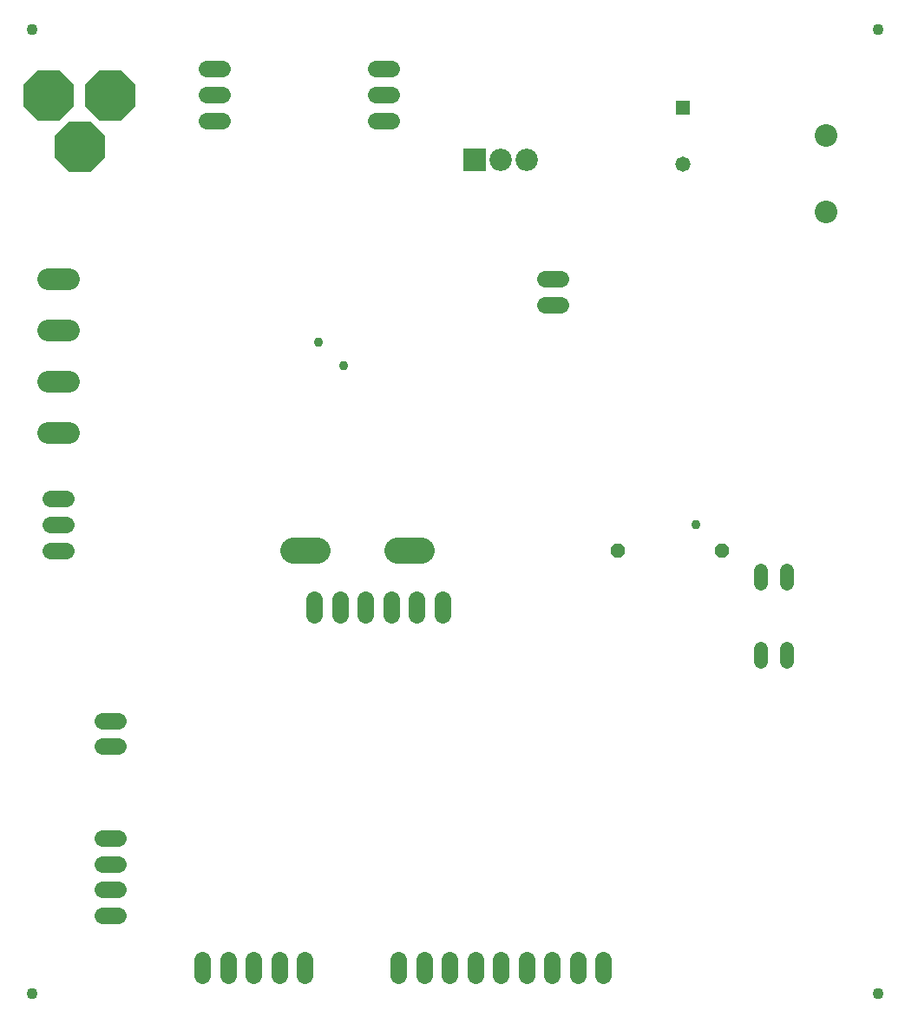
<source format=gbr>
G04 EAGLE Gerber RS-274X export*
G75*
%MOMM*%
%FSLAX34Y34*%
%LPD*%
%INSoldermask Bottom*%
%IPPOS*%
%AMOC8*
5,1,8,0,0,1.08239X$1,22.5*%
G01*
%ADD10C,1.101600*%
%ADD11C,1.320800*%
%ADD12C,1.625600*%
%ADD13P,5.333585X8X112.500000*%
%ADD14P,1.429621X8X22.500000*%
%ADD15C,2.501900*%
%ADD16C,2.201600*%
%ADD17R,1.473200X1.473200*%
%ADD18C,1.473200*%
%ADD19R,2.186600X2.186600*%
%ADD20C,2.186600*%
%ADD21C,2.082800*%
%ADD22C,0.926600*%


D10*
X12700Y990600D03*
X838200Y990600D03*
X838200Y50800D03*
X12700Y50800D03*
D11*
X749300Y451104D02*
X749300Y463296D01*
X749300Y387096D02*
X749300Y374904D01*
X723900Y374904D02*
X723900Y387096D01*
X723900Y451104D02*
X723900Y463296D01*
D12*
X45720Y482600D02*
X30480Y482600D01*
X30480Y508000D02*
X45720Y508000D01*
X45720Y533400D02*
X30480Y533400D01*
D13*
X58928Y876300D03*
X88900Y926338D03*
X28956Y926338D03*
D14*
X584200Y482600D03*
X685800Y482600D03*
D15*
X291402Y482600D02*
X267399Y482600D01*
X368999Y482600D02*
X393002Y482600D01*
D16*
X787400Y812800D03*
X787400Y887800D03*
D17*
X647700Y914400D03*
D18*
X647700Y859536D03*
D12*
X198120Y901700D02*
X182880Y901700D01*
X182880Y927100D02*
X198120Y927100D01*
X198120Y952500D02*
X182880Y952500D01*
D19*
X444500Y863600D03*
D20*
X469900Y863600D03*
X495300Y863600D03*
D12*
X363220Y901700D02*
X347980Y901700D01*
X347980Y927100D02*
X363220Y927100D01*
X363220Y952500D02*
X347980Y952500D01*
X96520Y292300D02*
X81280Y292300D01*
X81280Y317300D02*
X96520Y317300D01*
X394900Y83820D02*
X394900Y68580D01*
X419900Y68580D02*
X419900Y83820D01*
X519900Y83820D02*
X519900Y68580D01*
X444900Y68580D02*
X444900Y83820D01*
X469900Y83820D02*
X469900Y68580D01*
X494900Y68580D02*
X494900Y83820D01*
X544900Y83820D02*
X544900Y68580D01*
X569900Y68580D02*
X569900Y83820D01*
X369900Y83820D02*
X369900Y68580D01*
X96520Y152600D02*
X81280Y152600D01*
X81280Y127600D02*
X96520Y127600D01*
X96520Y177600D02*
X81280Y177600D01*
X81280Y202600D02*
X96520Y202600D01*
X228600Y83820D02*
X228600Y68580D01*
X178600Y68580D02*
X178600Y83820D01*
X203600Y83820D02*
X203600Y68580D01*
X253600Y68580D02*
X253600Y83820D01*
X278600Y83820D02*
X278600Y68580D01*
X338020Y420370D02*
X338020Y435610D01*
X413020Y435610D02*
X413020Y420370D01*
X388020Y420370D02*
X388020Y435610D01*
X363020Y435610D02*
X363020Y420370D01*
X313020Y420370D02*
X313020Y435610D01*
X288020Y435610D02*
X288020Y420370D01*
D21*
X48006Y748284D02*
X28194Y748284D01*
X28194Y697992D02*
X48006Y697992D01*
X48006Y648208D02*
X28194Y648208D01*
X28194Y597916D02*
X48006Y597916D01*
D12*
X513080Y747830D02*
X528320Y747830D01*
X528320Y722830D02*
X513080Y722830D01*
D22*
X316230Y662940D03*
X292100Y685800D03*
X660400Y508000D03*
M02*

</source>
